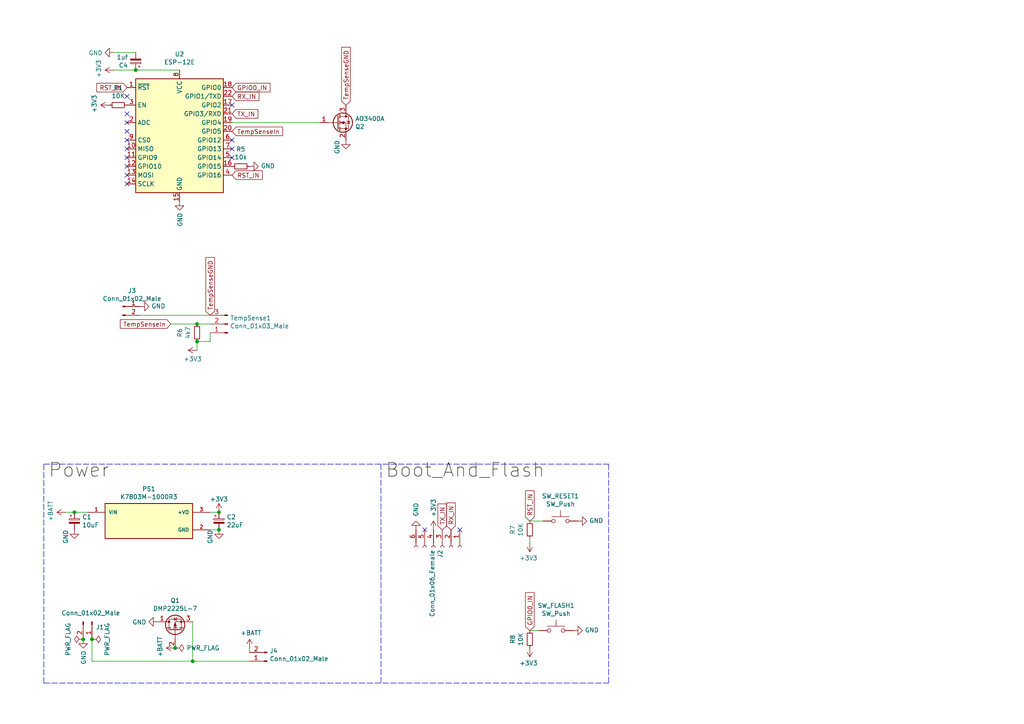
<source format=kicad_sch>
(kicad_sch (version 20211123) (generator eeschema)
  (paper "A4")
  (title_block (title "Pool Monitor") (rev "2"))
  (lib_symbols
    (symbol "Connector:Conn_01x02_Male" (pin_names (offset 1.016) hide)
      (property "Reference" "J" (at 0 2.54 0))
      (property "Value" "Conn_01x02_Male" (at 0 -5.08 0))
      (symbol "Conn_01x02_Male_1_1"
        (polyline (pts (xy 1.27 -2.54) (xy 0.8636 -2.54)) (stroke (width 0.1524)))
        (polyline (pts (xy 1.27 0) (xy 0.8636 0)) (stroke (width 0.1524)))
        (rectangle (start 0.8636 -2.413) (end 0 -2.667) (stroke (width 0.1524)) (fill (type outline)))
        (rectangle (start 0.8636 0.127) (end 0 -0.127) (stroke (width 0.1524)) (fill (type outline)))
        (pin passive line (at 5.08 0 180) (length 3.81) (name "Pin_1") (number "1"))
        (pin passive line (at 5.08 -2.54 180) (length 3.81) (name "Pin_2") (number "2"))
      )
    )
    (symbol "Connector:Conn_01x03_Male" (pin_names (offset 1.016) hide)
      (property "Reference" "J" (at 0 5.08 0))
      (property "Value" "Conn_01x03_Male" (at 0 -5.08 0))
      (symbol "Conn_01x03_Male_1_1"
        (polyline (pts (xy 1.27 -2.54) (xy 0.8636 -2.54)) (stroke (width 0.1524)))
        (polyline (pts (xy 1.27 0) (xy 0.8636 0)) (stroke (width 0.1524)))
        (polyline (pts (xy 1.27 2.54) (xy 0.8636 2.54)) (stroke (width 0.1524)))
        (rectangle (start 0.8636 -2.413) (end 0 -2.667) (stroke (width 0.1524)) (fill (type outline)))
        (rectangle (start 0.8636 0.127) (end 0 -0.127) (stroke (width 0.1524)) (fill (type outline)))
        (rectangle (start 0.8636 2.667) (end 0 2.413) (stroke (width 0.1524)) (fill (type outline)))
        (pin passive line (at 5.08 2.54 180) (length 3.81) (name "Pin_1") (number "1"))
        (pin passive line (at 5.08 0 180) (length 3.81) (name "Pin_2") (number "2"))
        (pin passive line (at 5.08 -2.54 180) (length 3.81) (name "Pin_3") (number "3"))
      )
    )
    (symbol "Connector:Conn_01x06_Female" (pin_names (offset 1.016) hide)
      (property "Reference" "J" (at 0 7.62 0))
      (property "Value" "Conn_01x06_Female" (at 0 -10.16 0))
      (symbol "Conn_01x06_Female_1_1"
        (arc (start 0 -7.112) (mid -0.508 -7.62) (end 0 -8.128) (stroke (width 0.1524)))
        (arc (start 0 -4.572) (mid -0.508 -5.08) (end 0 -5.588) (stroke (width 0.1524)))
        (arc (start 0 -2.032) (mid -0.508 -2.54) (end 0 -3.048) (stroke (width 0.1524)))
        (polyline (pts (xy -1.27 -7.62) (xy -0.508 -7.62)) (stroke (width 0.1524)))
        (polyline (pts (xy -1.27 -5.08) (xy -0.508 -5.08)) (stroke (width 0.1524)))
        (polyline (pts (xy -1.27 -2.54) (xy -0.508 -2.54)) (stroke (width 0.1524)))
        (polyline (pts (xy -1.27 0) (xy -0.508 0)) (stroke (width 0.1524)))
        (polyline (pts (xy -1.27 2.54) (xy -0.508 2.54)) (stroke (width 0.1524)))
        (polyline (pts (xy -1.27 5.08) (xy -0.508 5.08)) (stroke (width 0.1524)))
        (arc (start 0 0.508) (mid -0.508 0) (end 0 -0.508) (stroke (width 0.1524)))
        (arc (start 0 3.048) (mid -0.508 2.54) (end 0 2.032) (stroke (width 0.1524)))
        (arc (start 0 5.588) (mid -0.508 5.08) (end 0 4.572) (stroke (width 0.1524)))
        (pin passive line (at -5.08 5.08 0) (length 3.81) (name "Pin_1") (number "1"))
        (pin passive line (at -5.08 2.54 0) (length 3.81) (name "Pin_2") (number "2"))
        (pin passive line (at -5.08 0 0) (length 3.81) (name "Pin_3") (number "3"))
        (pin passive line (at -5.08 -2.54 0) (length 3.81) (name "Pin_4") (number "4"))
        (pin passive line (at -5.08 -5.08 0) (length 3.81) (name "Pin_5") (number "5"))
        (pin passive line (at -5.08 -7.62 0) (length 3.81) (name "Pin_6") (number "6"))
      )
    )
    (symbol "Device:CP_Small" (pin_numbers hide) (pin_names (offset 0.254) hide)
      (property "Reference" "C" (at 0.254 1.778 0))
      (property "Value" "Device_CP_Small" (at 0.254 -2.032 0))
      (symbol "CP_Small_0_1"
        (rectangle (start -1.524 -0.3048) (end 1.524 -0.6858) (fill (type outline)))
        (rectangle (start -1.524 0.6858) (end 1.524 0.3048))
        (polyline (pts (xy -1.27 1.524) (xy -0.762 1.524)))
        (polyline (pts (xy -1.016 1.27) (xy -1.016 1.778)))
      )
      (symbol "CP_Small_1_1"
        (pin passive line (at 0 2.54 270) (length 1.8542) (name "~") (number "1"))
        (pin passive line (at 0 -2.54 90) (length 1.8542) (name "~") (number "2"))
      )
    )
    (symbol "Device:Q_PMOS_DGS" (pin_names (offset 0) hide)
      (property "Reference" "Q" (at 5.08 1.27 0))
      (property "Value" "Q_PMOS_DGS" (at 5.08 -1.27 0))
      (symbol "Q_PMOS_DGS_0_1"
        (polyline (pts (xy 0.254 0) (xy -2.54 0)))
        (polyline (pts (xy 0.254 1.905) (xy 0.254 -1.905)) (stroke (width 0.254)))
        (polyline (pts (xy 0.762 -1.27) (xy 0.762 -2.286)) (stroke (width 0.254)))
        (polyline (pts (xy 0.762 0.508) (xy 0.762 -0.508)) (stroke (width 0.254)))
        (polyline (pts (xy 0.762 2.286) (xy 0.762 1.27)) (stroke (width 0.254)))
        (polyline (pts (xy 2.54 2.54) (xy 2.54 1.778)))
        (polyline (pts (xy 2.54 -2.54) (xy 2.54 0) (xy 0.762 0)))
        (polyline (pts (xy 0.762 1.778) (xy 3.302 1.778) (xy 3.302 -1.778) (xy 0.762 -1.778)))
        (polyline (pts (xy 2.286 0) (xy 1.27 0.381) (xy 1.27 -0.381) (xy 2.286 0)) (fill (type outline)))
        (polyline (pts (xy 2.794 -0.508) (xy 2.921 -0.381) (xy 3.683 -0.381) (xy 3.81 -0.254)))
        (polyline (pts (xy 3.302 -0.381) (xy 2.921 0.254) (xy 3.683 0.254) (xy 3.302 -0.381)))
        (circle (center 1.651 0) (radius 2.794) (stroke (width 0.254)))
        (circle (center 2.54 -1.778) (radius 0.254) (fill (type outline)))
        (circle (center 2.54 1.778) (radius 0.254) (fill (type outline)))
      )
      (symbol "Q_PMOS_DGS_1_1"
        (pin passive line (at 2.54 5.08 270) (length 2.54) (name "D") (number "1"))
        (pin input line (at -5.08 0 0) (length 2.54) (name "G") (number "2"))
        (pin passive line (at 2.54 -5.08 90) (length 2.54) (name "S") (number "3"))
      )
    )
    (symbol "Device:R_Small" (pin_numbers hide) (pin_names (offset 0.254) hide)
      (property "Reference" "R" (at 0.762 0.508 0))
      (property "Value" "R_Small" (at 0.762 -1.016 0))
      (symbol "R_Small_0_1"
        (rectangle (start -0.762 1.778) (end 0.762 -1.778) (stroke (width 0.2032)))
      )
      (symbol "R_Small_1_1"
        (pin passive line (at 0 2.54 270) (length 0.762) (name "~") (number "1"))
        (pin passive line (at 0 -2.54 90) (length 0.762) (name "~") (number "2"))
      )
    )
    (symbol "PoolMonitor-rescue:K7803M-1000R3-K7803M-1000R3" (pin_names (offset 1.016))
      (property "Reference" "PS" (at -12.7 6.35 0))
      (property "Value" "K7803M-1000R3-K7803M-1000R3" (at -12.7 -7.62 0))
      (symbol "K7803M-1000R3-K7803M-1000R3_0_0"
        (rectangle (start -12.7 -5.08) (end 12.7 5.08) (stroke (width 0.254)) (fill (type background)))
        (pin input line (at -17.78 2.54 0) (length 5.08) (name "VIN") (number "1"))
        (pin power_in line (at 17.78 -2.54 180) (length 5.08) (name "GND") (number "2"))
        (pin output line (at 17.78 2.54 180) (length 5.08) (name "+VO") (number "3"))
      )
    )
    (symbol "RF_Module:ESP-12E"
      (property "Reference" "U" (at -12.7 19.05 0))
      (property "Value" "ESP-12E" (at 12.7 19.05 0))
      (symbol "ESP-12E_0_1"
        (rectangle (start -12.7 17.78) (end 12.7 -15.24) (stroke (width 0.254)) (fill (type background)))
      )
      (symbol "ESP-12E_1_1"
        (pin input line (at -15.24 15.24 0) (length 2.54) (name "~{RST}") (number "1"))
        (pin bidirectional line (at -15.24 -2.54 0) (length 2.54) (name "MISO") (number "10"))
        (pin bidirectional line (at -15.24 -5.08 0) (length 2.54) (name "GPIO9") (number "11"))
        (pin bidirectional line (at -15.24 -7.62 0) (length 2.54) (name "GPIO10") (number "12"))
        (pin bidirectional line (at -15.24 -10.16 0) (length 2.54) (name "MOSI") (number "13"))
        (pin bidirectional line (at -15.24 -12.7 0) (length 2.54) (name "SCLK") (number "14"))
        (pin power_in line (at 0 -17.78 90) (length 2.54) (name "GND") (number "15"))
        (pin bidirectional line (at 15.24 -7.62 180) (length 2.54) (name "GPIO15") (number "16"))
        (pin bidirectional line (at 15.24 10.16 180) (length 2.54) (name "GPIO2") (number "17"))
        (pin bidirectional line (at 15.24 15.24 180) (length 2.54) (name "GPIO0") (number "18"))
        (pin bidirectional line (at 15.24 5.08 180) (length 2.54) (name "GPIO4") (number "19"))
        (pin input line (at -15.24 5.08 0) (length 2.54) (name "ADC") (number "2"))
        (pin bidirectional line (at 15.24 2.54 180) (length 2.54) (name "GPIO5") (number "20"))
        (pin bidirectional line (at 15.24 7.62 180) (length 2.54) (name "GPIO3/RXD") (number "21"))
        (pin bidirectional line (at 15.24 12.7 180) (length 2.54) (name "GPIO1/TXD") (number "22"))
        (pin input line (at -15.24 10.16 0) (length 2.54) (name "EN") (number "3"))
        (pin bidirectional line (at 15.24 -10.16 180) (length 2.54) (name "GPIO16") (number "4"))
        (pin bidirectional line (at 15.24 -5.08 180) (length 2.54) (name "GPIO14") (number "5"))
        (pin bidirectional line (at 15.24 0 180) (length 2.54) (name "GPIO12") (number "6"))
        (pin bidirectional line (at 15.24 -2.54 180) (length 2.54) (name "GPIO13") (number "7"))
        (pin power_in line (at 0 20.32 270) (length 2.54) (name "VCC") (number "8"))
        (pin input line (at -15.24 0 0) (length 2.54) (name "CS0") (number "9"))
      )
    )
    (symbol "Switch:SW_Push" (pin_numbers hide) (pin_names (offset 1.016) hide)
      (property "Reference" "SW" (at 1.27 2.54 0))
      (property "Value" "SW_Push" (at 0 -1.524 0))
      (symbol "SW_Push_0_1"
        (circle (center -2.032 0) (radius 0.508))
        (polyline (pts (xy 0 1.27) (xy 0 3.048)))
        (polyline (pts (xy 2.54 1.27) (xy -2.54 1.27)))
        (circle (center 2.032 0) (radius 0.508))
        (pin passive line (at -5.08 0 0) (length 2.54) (name "1") (number "1"))
        (pin passive line (at 5.08 0 180) (length 2.54) (name "2") (number "2"))
      )
    )
    (symbol "Transistor_FET:AO3400A" (pin_names hide)
      (property "Reference" "Q" (at 5.08 1.905 0))
      (property "Value" "AO3400A" (at 5.08 0 0))
      (symbol "AO3400A_0_1"
        (polyline (pts (xy 0.254 0) (xy -2.54 0)))
        (polyline (pts (xy 0.254 1.905) (xy 0.254 -1.905)) (stroke (width 0.254)))
        (polyline (pts (xy 0.762 -1.27) (xy 0.762 -2.286)) (stroke (width 0.254)))
        (polyline (pts (xy 0.762 0.508) (xy 0.762 -0.508)) (stroke (width 0.254)))
        (polyline (pts (xy 0.762 2.286) (xy 0.762 1.27)) (stroke (width 0.254)))
        (polyline (pts (xy 2.54 2.54) (xy 2.54 1.778)))
        (polyline (pts (xy 2.54 -2.54) (xy 2.54 0) (xy 0.762 0)))
        (polyline (pts (xy 0.762 -1.778) (xy 3.302 -1.778) (xy 3.302 1.778) (xy 0.762 1.778)))
        (polyline (pts (xy 1.016 0) (xy 2.032 0.381) (xy 2.032 -0.381) (xy 1.016 0)) (fill (type outline)))
        (polyline (pts (xy 2.794 0.508) (xy 2.921 0.381) (xy 3.683 0.381) (xy 3.81 0.254)))
        (polyline (pts (xy 3.302 0.381) (xy 2.921 -0.254) (xy 3.683 -0.254) (xy 3.302 0.381)))
        (circle (center 1.651 0) (radius 2.794) (stroke (width 0.254)))
        (circle (center 2.54 -1.778) (radius 0.254) (fill (type outline)))
        (circle (center 2.54 1.778) (radius 0.254) (fill (type outline)))
      )
      (symbol "AO3400A_1_1"
        (pin input line (at -5.08 0 0) (length 2.54) (name "G") (number "1"))
        (pin passive line (at 2.54 -5.08 90) (length 2.54) (name "S") (number "2"))
        (pin passive line (at 2.54 5.08 270) (length 2.54) (name "D") (number "3"))
      )
    )
    (symbol "power:+3.3V" (power) (pin_names (offset 0))
      (property "Value" "+3.3V" (at 0 3.556 0))
      (symbol "+3.3V_0_1"
        (polyline (pts (xy -0.762 1.27) (xy 0 2.54)))
        (polyline (pts (xy 0 0) (xy 0 2.54)))
        (polyline (pts (xy 0 2.54) (xy 0.762 1.27)))
      )
      (symbol "+3.3V_1_1"
        (pin power_in line (at 0 0 90) (length 0) hide (name "+3V3") (number "1"))
      )
    )
    (symbol "power:+BATT" (power) (pin_names (offset 0))
      (property "Value" "+BATT" (at 0 3.556 0))
      (symbol "+BATT_0_1"
        (polyline (pts (xy -0.762 1.27) (xy 0 2.54)))
        (polyline (pts (xy 0 0) (xy 0 2.54)))
        (polyline (pts (xy 0 2.54) (xy 0.762 1.27)))
      )
      (symbol "+BATT_1_1"
        (pin power_in line (at 0 0 90) (length 0) hide (name "+BATT") (number "1"))
      )
    )
    (symbol "power:GND" (power) (pin_names (offset 0))
      (property "Value" "GND" (at 0 -3.81 0))
      (symbol "GND_0_1"
        (polyline (pts (xy 0 0) (xy 0 -1.27) (xy 1.27 -1.27) (xy 0 -2.54) (xy -1.27 -1.27) (xy 0 -1.27)))
      )
      (symbol "GND_1_1"
        (pin power_in line (at 0 0 270) (length 0) hide (name "GND") (number "1"))
      )
    )
    (symbol "power:PWR_FLAG" (power) (pin_numbers hide) (pin_names (offset 0) hide)
      (property "Value" "PWR_FLAG" (at 0 3.81 0))
      (symbol "PWR_FLAG_0_0"
        (pin power_out line (at 0 0 90) (length 0) (name "pwr") (number "1"))
      )
      (symbol "PWR_FLAG_0_1"
        (polyline (pts (xy 0 0) (xy 0 1.27) (xy -1.016 1.905) (xy 0 2.54) (xy 1.016 1.905) (xy 0 1.27)))
      )
    )
  )
  (junction (at 21.59 148.59))
  (junction (at 63.5 148.59))
  (junction (at 24.13 185.42))
  (junction (at 57.15 93.98))
  (junction (at 50.8 187.96))
  (junction (at 55.88 191.77))
  (junction (at 57.15 99.06))
  (junction (at 63.5 153.67))
  (junction (at 26.67 185.42))
  (junction (at 39.37 20.32))
  (no_connect (at 67.31 40.64))
  (no_connect (at 133.35 153.67))
  (no_connect (at 67.31 43.18))
  (no_connect (at 36.83 40.64))
  (no_connect (at 67.31 45.72))
  (no_connect (at 36.83 35.56))
  (no_connect (at 36.83 50.8))
  (no_connect (at 36.83 38.1))
  (no_connect (at 36.83 27.94))
  (no_connect (at 36.83 45.72))
  (no_connect (at 36.83 33.02))
  (no_connect (at 36.83 48.26))
  (no_connect (at 67.31 30.48))
  (no_connect (at 123.19 153.67))
  (no_connect (at 36.83 53.34))
  (no_connect (at 36.83 43.18))
  (wire (pts (xy 26.67 191.77) (xy 55.88 191.77)))
  (polyline (pts (xy 176.53 134.62) (xy 176.53 198.12)))
  (polyline (pts (xy 110.49 134.62) (xy 110.49 198.12)))
  (wire (pts (xy 39.37 20.32) (xy 52.07 20.32)))
  (wire (pts (xy 19.05 148.59) (xy 21.59 148.59)))
  (polyline (pts (xy 12.7 198.12) (xy 176.53 198.12)))
  (wire (pts (xy 33.02 20.32) (xy 39.37 20.32)))
  (wire (pts (xy 21.59 148.59) (xy 25.4 148.59)))
  (wire (pts (xy 55.88 191.77) (xy 55.88 180.34)))
  (wire (pts (xy 57.15 99.06) (xy 60.96 99.06)))
  (wire (pts (xy 153.67 156.21) (xy 153.67 157.48)))
  (wire (pts (xy 60.96 148.59) (xy 63.5 148.59)))
  (wire (pts (xy 55.88 191.77) (xy 72.39 191.77)))
  (wire (pts (xy 49.53 93.98) (xy 57.15 93.98)))
  (wire (pts (xy 57.15 93.98) (xy 60.96 93.98)))
  (wire (pts (xy 72.39 187.96) (xy 72.39 189.23)))
  (wire (pts (xy 153.67 182.88) (xy 156.21 182.88)))
  (wire (pts (xy 60.96 153.67) (xy 63.5 153.67)))
  (polyline (pts (xy 12.7 198.12) (xy 12.7 134.62)))
  (wire (pts (xy 67.31 35.56) (xy 92.71 35.56)))
  (wire (pts (xy 153.67 151.13) (xy 157.48 151.13)))
  (wire (pts (xy 40.64 91.44) (xy 60.96 91.44)))
  (wire (pts (xy 60.96 99.06) (xy 60.96 96.52)))
  (wire (pts (xy 26.67 185.42) (xy 26.67 191.77)))
  (wire (pts (xy 57.15 99.06) (xy 57.15 101.6)))
  (wire (pts (xy 33.02 15.24) (xy 39.37 15.24)))
  (polyline (pts (xy 12.7 134.62) (xy 176.53 134.62)))
  (label "Power" (at 13.97 139.7 0) (effects (font (size 3.9878 3.9878))))
  (label "Boot_And_Flash" (at 111.76 139.7 0) (effects (font (size 3.9878 3.9878))))
  (global_label "TX_IN" (shape input) (at 128.27 153.67 90) (property "Intersheet References" "${INTERSHEET_REFS}" (effects hide)))
  (global_label "RST_IN" (shape input) (at 153.67 151.13 90) (property "Intersheet References" "${INTERSHEET_REFS}" (effects hide)))
  (global_label "RX_IN" (shape input) (at 67.31 27.94 0) (property "Intersheet References" "${INTERSHEET_REFS}" (effects hide)))
  (global_label "TempSenseGND" (shape input) (at 100.33 30.48 90) (property "Intersheet References" "${INTERSHEET_REFS}" (effects hide)))
  (global_label "TempSenseGND" (shape input) (at 60.96 91.44 90) (property "Intersheet References" "${INTERSHEET_REFS}" (effects hide)))
  (global_label "GPIO0_IN" (shape input) (at 153.67 182.88 90) (property "Intersheet References" "${INTERSHEET_REFS}" (effects hide)))
  (global_label "GPIO0_IN" (shape input) (at 67.31 25.4 0) (property "Intersheet References" "${INTERSHEET_REFS}" (effects hide)))
  (global_label "TempSenseIn" (shape input) (at 49.53 93.98 180) (property "Intersheet References" "${INTERSHEET_REFS}" (effects hide)))
  (global_label "RST_IN" (shape input) (at 36.83 25.4 180) (property "Intersheet References" "${INTERSHEET_REFS}" (effects hide)))
  (global_label "TX_IN" (shape input) (at 67.31 33.02 0) (property "Intersheet References" "${INTERSHEET_REFS}" (effects hide)))
  (global_label "RX_IN" (shape input) (at 130.81 153.67 90) (property "Intersheet References" "${INTERSHEET_REFS}" (effects hide)))
  (global_label "RST_IN" (shape input) (at 67.31 50.8 0) (property "Intersheet References" "${INTERSHEET_REFS}" (effects hide)))
  (global_label "TempSenseIn" (shape input) (at 67.31 38.1 0) (property "Intersheet References" "${INTERSHEET_REFS}" (effects hide)))
  (symbol (lib_id "power:+3.3V") (at 33.02 20.32 90) (unit 1)
    (property "Reference" "#PWR0101" (effects hide))
    (property "Value" "+3.3V" (at 28.6258 19.939 0))
  )
  (symbol (lib_id "RF_Module:ESP-12E") (at 52.07 40.64 0) (unit 1)
    (property "Reference" "U2" (at 52.07 15.7226 0))
    (property "Value" "ESP-12E" (at 52.07 18.034 0))
    (property "Footprint" "RF_Module:ESP-12E" (effects hide))
    (property "Datasheet" "http://wiki.ai-thinker.com/_media/esp8266/esp8266_series_modules_user_manual_v1.1.pdf" (effects hide))
    (property "LCSC" "C89297" (effects hide))
  )
  (symbol (lib_id "power:GND") (at 52.07 58.42 0) (unit 1)
    (property "Reference" "#PWR0103" (effects hide))
    (property "Value" "GND" (at 52.197 61.6712 90) (effects (justify right)))
  )
  (symbol (lib_id "power:GND") (at 24.13 185.42 0) (unit 1)
    (property "Reference" "#PWR0105" (effects hide))
    (property "Value" "GND" (at 24.257 188.6712 90) (effects (justify right)))
  )
  (symbol (lib_id "Connector:Conn_01x03_Male") (at 66.04 93.98 180) (unit 1)
    (property "Reference" "TempSense1" (at 66.7512 92.2528 0) (effects (justify right)))
    (property "Value" "Conn_01x03_Male" (at 66.7512 94.5642 0) (effects (justify right)))
    (property "Footprint" "Connector_Molex:Molex_SPOX_5267-03A_1x03_P2.50mm_Vertical" (effects hide))
    (property "LCSC" "C293315" (effects hide))
  )
  (symbol (lib_id "power:GND") (at 100.33 40.64 0) (unit 1)
    (property "Reference" "#PWR0112" (effects hide))
    (property "Value" "GND" (at 97.79 40.64 90) (effects (justify right)))
  )
  (symbol (lib_id "Device:R_Small") (at 57.15 96.52 0) (unit 1)
    (property "Reference" "R6" (at 52.1716 96.52 90))
    (property "Value" "4k7" (at 54.483 96.52 90))
    (property "Footprint" "Resistor_SMD:R_1206_3216Metric_Pad1.30x1.75mm_HandSolder" (effects hide))
    (property "LCSC" "C242482" (effects hide))
  )
  (symbol (lib_id "Switch:SW_Push") (at 162.56 151.13 0) (unit 1)
    (property "Reference" "SW_RESET1" (at 162.56 143.891 0))
    (property "Value" "SW_Push" (at 162.56 146.2024 0))
    (property "Footprint" "Button_Switch_SMD:SW_Push_SPST_NO_Alps_SKRK" (effects hide))
    (property "LCSC" "C115357" (effects hide))
  )
  (symbol (lib_id "Switch:SW_Push") (at 161.29 182.88 0) (unit 1)
    (property "Reference" "SW_FLASH1" (at 161.29 175.641 0))
    (property "Value" "SW_Push" (at 161.29 177.9524 0))
    (property "Footprint" "Button_Switch_SMD:SW_Push_SPST_NO_Alps_SKRK" (effects hide))
    (property "LCSC" "C115357" (effects hide))
  )
  (symbol (lib_id "Device:R_Small") (at 153.67 185.42 0) (unit 1)
    (property "Reference" "R8" (at 148.6916 185.42 90))
    (property "Value" "10K" (at 151.003 185.42 90))
    (property "Footprint" "Resistor_SMD:R_1206_3216Metric_Pad1.30x1.75mm_HandSolder" (effects hide))
    (property "LCSC" "C118075" (effects hide))
  )
  (symbol (lib_id "power:+3.3V") (at 153.67 187.96 180) (unit 1)
    (property "Reference" "#PWR0116" (effects hide))
    (property "Value" "+3.3V" (at 153.289 192.3542 0))
  )
  (symbol (lib_id "Device:R_Small") (at 69.85 48.26 270) (unit 1)
    (property "Reference" "R5" (at 69.85 43.2816 90))
    (property "Value" "10k" (at 69.85 45.593 90))
    (property "Footprint" "Resistor_SMD:R_1206_3216Metric_Pad1.30x1.75mm_HandSolder" (effects hide))
    (property "LCSC" "C118075" (effects hide))
  )
  (symbol (lib_id "power:GND") (at 72.39 48.26 90) (unit 1)
    (property "Reference" "#PWR0115" (effects hide))
    (property "Value" "GND" (at 75.6412 48.133 90) (effects (justify right)))
  )
  (symbol (lib_id "power:GND") (at 166.37 182.88 90) (unit 1)
    (property "Reference" "#PWR0117" (effects hide))
    (property "Value" "GND" (at 169.6212 182.753 90) (effects (justify right)))
  )
  (symbol (lib_id "Device:R_Small") (at 153.67 153.67 0) (unit 1)
    (property "Reference" "R7" (at 148.6916 153.67 90))
    (property "Value" "10K" (at 151.003 153.67 90))
    (property "Footprint" "Resistor_SMD:R_1206_3216Metric_Pad1.30x1.75mm_HandSolder" (effects hide))
    (property "LCSC" "C118075" (effects hide))
  )
  (symbol (lib_id "power:+3.3V") (at 153.67 157.48 180) (unit 1)
    (property "Reference" "#PWR0118" (effects hide))
    (property "Value" "+3.3V" (at 153.289 161.8742 0))
  )
  (symbol (lib_id "power:GND") (at 167.64 151.13 90) (unit 1)
    (property "Reference" "#PWR0119" (effects hide))
    (property "Value" "GND" (at 170.8912 151.003 90) (effects (justify right)))
  )
  (symbol (lib_id "Connector:Conn_01x06_Female") (at 128.27 158.75 270) (unit 1)
    (property "Reference" "J2" (at 127.6604 159.4612 0) (effects (justify left)))
    (property "Value" "Conn_01x06_Female" (at 125.349 159.4612 0) (effects (justify left)))
    (property "Footprint" "Connector_PinSocket_2.54mm:PinSocket_1x06_P2.54mm_Vertical" (effects hide))
    (property "LCSC" "C225503" (effects hide))
  )
  (symbol (lib_id "power:GND") (at 45.72 180.34 270) (unit 1)
    (property "Reference" "#PWR03" (effects hide))
    (property "Value" "GND" (at 42.4688 180.467 90) (effects (justify right)))
  )
  (symbol (lib_id "power:+3.3V") (at 125.73 153.67 0) (unit 1)
    (property "Reference" "#PWR01" (effects hide))
    (property "Value" "+3.3V" (at 125.73 147.32 90))
  )
  (symbol (lib_id "power:+BATT") (at 50.8 187.96 90) (unit 1)
    (property "Reference" "#PWR05" (effects hide))
    (property "Value" "+BATT" (at 46.4058 187.579 0))
  )
  (symbol (lib_id "power:GND") (at 120.65 153.67 180) (unit 1)
    (property "Reference" "#PWR02" (effects hide))
    (property "Value" "GND" (at 120.65 149.86 90) (effects (justify right)))
  )
  (symbol (lib_id "power:+3.3V") (at 31.75 30.48 90) (unit 1)
    (property "Reference" "#PWR0106" (effects hide))
    (property "Value" "+3.3V" (at 27.3558 30.099 0))
  )
  (symbol (lib_id "power:PWR_FLAG") (at 26.67 185.42 270) (unit 1)
    (property "Reference" "#FLG0102" (effects hide))
    (property "Value" "PWR_FLAG" (at 31.0642 185.42 0))
  )
  (symbol (lib_id "power:PWR_FLAG") (at 24.13 185.42 90) (unit 1)
    (property "Reference" "#FLG0103" (effects hide))
    (property "Value" "PWR_FLAG" (at 19.7358 185.42 0))
  )
  (symbol (lib_id "Connector:Conn_01x02_Male") (at 26.67 180.34 270) (unit 1)
    (property "Reference" "J1" (at 27.7876 181.9148 90) (effects (justify left)))
    (property "Value" "Conn_01x02_Male" (at 17.78 177.8 90) (effects (justify left)))
    (property "Footprint" "Connector_Molex:Molex_SPOX_5267-02A_1x02_P2.50mm_Vertical" (effects hide))
    (property "LCSC" "C293435" (effects hide))
  )
  (symbol (lib_id "Device:Q_PMOS_DGS") (at 50.8 182.88 90) (unit 1)
    (property "Reference" "Q1" (at 50.8 174.1932 90))
    (property "Value" "DMP2225L-7 " (at 50.8 176.5046 90))
    (property "Footprint" "Package_TO_SOT_SMD:SOT-23" (effects hide))
    (property "Datasheet" "https://datasheet.lcsc.com/lcsc/1809081625_Diodes-Incorporated-DMP2225L-7_C110501.pdf" (effects hide))
    (property "LCSC" "C110501" (effects hide))
  )
  (symbol (lib_id "Device:R_Small") (at 34.29 30.48 270) (unit 1)
    (property "Reference" "R1" (at 34.29 25.5016 90))
    (property "Value" "10K" (at 34.29 27.813 90))
    (property "Footprint" "Resistor_SMD:R_1206_3216Metric_Pad1.30x1.75mm_HandSolder" (effects hide))
    (property "LCSC" "C118075" (effects hide))
  )
  (symbol (lib_id "PoolMonitor-rescue:K7803M-1000R3-K7803M-1000R3") (at 43.18 151.13 0) (unit 1)
    (property "Reference" "PS1" (at 43.18 141.8082 0))
    (property "Value" "K7803M-1000R3" (at 43.18 144.1196 0))
    (property "Footprint" "CONV_K7803M-1000R3" (effects hide))
    (property "MAXIMUM_PACKAGE_HEIGHT" "10.9 mm" (effects hide))
    (property "STANDARD" "Manufacturer Recommendations" (effects hide))
    (property "PARTREV" "2020.01.08-A/5" (effects hide))
    (property "MANUFACTURER" "Mornsun" (effects hide))
  )
  (symbol (lib_id "Device:CP_Small") (at 39.37 17.78 180) (unit 1)
    (property "Reference" "C4" (at 37.1348 18.9484 0) (effects (justify left)))
    (property "Value" "1uf" (at 37.1348 16.637 0) (effects (justify left)))
    (property "Footprint" "Capacitor_SMD:C_1206_3216Metric" (effects hide))
    (property "LCSC" "C397311" (effects hide))
  )
  (symbol (lib_id "power:GND") (at 33.02 15.24 270) (unit 1)
    (property "Reference" "#PWR06" (effects hide))
    (property "Value" "GND" (at 29.7688 15.367 90) (effects (justify right)))
  )
  (symbol (lib_id "Device:CP_Small") (at 21.59 151.13 0) (unit 1)
    (property "Reference" "C1" (at 23.8252 149.9616 0) (effects (justify left)))
    (property "Value" "10uF" (at 23.8252 152.273 0) (effects (justify left)))
    (property "Footprint" "Capacitor_THT:CP_Radial_D5.0mm_P2.00mm" (effects hide))
    (property "LCSC" "C190963" (effects hide))
  )
  (symbol (lib_id "Device:CP_Small") (at 63.5 151.13 0) (unit 1)
    (property "Reference" "C2" (at 65.7352 149.9616 0) (effects (justify left)))
    (property "Value" "22uF" (at 65.7352 152.273 0) (effects (justify left)))
    (property "Footprint" "Capacitor_THT:CP_Radial_D5.0mm_P2.00mm" (effects hide))
    (property "LCSC" "C89789" (effects hide))
  )
  (symbol (lib_id "power:GND") (at 21.59 153.67 0) (unit 1)
    (property "Reference" "#PWR04" (effects hide))
    (property "Value" "GND" (at 19.05 153.67 90) (effects (justify right)))
  )
  (symbol (lib_id "power:GND") (at 63.5 153.67 0) (unit 1)
    (property "Reference" "#PWR08" (effects hide))
    (property "Value" "GND" (at 60.96 153.67 90) (effects (justify right)))
  )
  (symbol (lib_id "power:+3.3V") (at 63.5 148.59 0) (unit 1)
    (property "Reference" "#PWR07" (effects hide))
    (property "Value" "+3.3V" (at 63.5 144.78 0))
  )
  (symbol (lib_id "power:+BATT") (at 19.05 148.59 90) (unit 1)
    (property "Reference" "#PWR0102" (effects hide))
    (property "Value" "+BATT" (at 14.6558 148.209 0))
  )
  (symbol (lib_id "Transistor_FET:AO3400A") (at 97.79 35.56 0) (unit 1)
    (property "Reference" "Q2" (at 102.997 36.7284 0) (effects (justify left)))
    (property "Value" "AO3400A" (at 102.997 34.417 0) (effects (justify left)))
    (property "Footprint" "Package_TO_SOT_SMD:SOT-23" (effects hide))
    (property "Datasheet" "http://www.aosmd.com/pdfs/datasheet/AO3400A.pdf" (effects hide))
    (property "LCSC" "C344010" (effects hide))
  )
  (symbol (lib_id "power:+3.3V") (at 57.15 101.6 90) (unit 1)
    (property "Reference" "#PWR0104" (effects hide))
    (property "Value" "+3.3V" (at 55.88 104.14 90))
  )
  (symbol (lib_id "power:PWR_FLAG") (at 50.8 187.96 270) (unit 1)
    (property "Reference" "#FLG0101" (effects hide))
    (property "Value" "PWR_FLAG" (at 54.0512 187.96 90) (effects (justify left)))
  )
  (symbol (lib_id "Connector:Conn_01x02_Male") (at 77.47 191.77 180) (unit 1)
    (property "Reference" "J4" (at 78.1812 188.7728 0) (effects (justify right)))
    (property "Value" "Conn_01x02_Male" (at 78.1812 191.0842 0) (effects (justify right)))
    (property "Footprint" "Connector_PinHeader_2.54mm:PinHeader_1x02_P2.54mm_Vertical" (effects hide))
  )
  (symbol (lib_id "power:+BATT") (at 72.39 187.96 0) (unit 1)
    (property "Reference" "#PWR010" (effects hide))
    (property "Value" "+BATT" (at 72.771 183.5658 0))
  )
  (symbol (lib_id "Connector:Conn_01x02_Male") (at 35.56 88.9 0) (unit 1)
    (property "Reference" "J3" (at 38.3032 84.3026 0))
    (property "Value" "Conn_01x02_Male" (at 38.3032 86.614 0))
    (property "Footprint" "Connector_PinHeader_2.54mm:PinHeader_1x02_P2.54mm_Vertical" (effects hide))
  )
  (symbol (lib_id "power:GND") (at 40.64 88.9 90) (unit 1)
    (property "Reference" "#PWR09" (effects hide))
    (property "Value" "GND" (at 43.8912 88.773 90) (effects (justify right)))
  )
)
</source>
